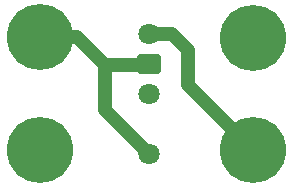
<source format=gbr>
%TF.GenerationSoftware,KiCad,Pcbnew,7.0.7*%
%TF.CreationDate,2024-03-28T13:05:56+05:30*%
%TF.ProjectId,korby,6b6f7262-792e-46b6-9963-61645f706362,rev?*%
%TF.SameCoordinates,Original*%
%TF.FileFunction,Copper,L1,Top*%
%TF.FilePolarity,Positive*%
%FSLAX46Y46*%
G04 Gerber Fmt 4.6, Leading zero omitted, Abs format (unit mm)*
G04 Created by KiCad (PCBNEW 7.0.7) date 2024-03-28 13:05:56*
%MOMM*%
%LPD*%
G01*
G04 APERTURE LIST*
G04 Aperture macros list*
%AMRoundRect*
0 Rectangle with rounded corners*
0 $1 Rounding radius*
0 $2 $3 $4 $5 $6 $7 $8 $9 X,Y pos of 4 corners*
0 Add a 4 corners polygon primitive as box body*
4,1,4,$2,$3,$4,$5,$6,$7,$8,$9,$2,$3,0*
0 Add four circle primitives for the rounded corners*
1,1,$1+$1,$2,$3*
1,1,$1+$1,$4,$5*
1,1,$1+$1,$6,$7*
1,1,$1+$1,$8,$9*
0 Add four rect primitives between the rounded corners*
20,1,$1+$1,$2,$3,$4,$5,0*
20,1,$1+$1,$4,$5,$6,$7,0*
20,1,$1+$1,$6,$7,$8,$9,0*
20,1,$1+$1,$8,$9,$2,$3,0*%
G04 Aperture macros list end*
%TA.AperFunction,ComponentPad*%
%ADD10C,5.600000*%
%TD*%
%TA.AperFunction,ComponentPad*%
%ADD11C,1.800000*%
%TD*%
%TA.AperFunction,ComponentPad*%
%ADD12RoundRect,0.250000X0.750000X-0.600000X0.750000X0.600000X-0.750000X0.600000X-0.750000X-0.600000X0*%
%TD*%
%TA.AperFunction,ComponentPad*%
%ADD13C,1.700000*%
%TD*%
%TA.AperFunction,Conductor*%
%ADD14C,1.200000*%
%TD*%
G04 APERTURE END LIST*
D10*
%TO.P,H2,1,1*%
%TO.N,Net-(J1-Pin_2)*%
X150750000Y-83750000D03*
%TD*%
%TO.P,H4,1*%
%TO.N,N/C*%
X132750000Y-83750000D03*
%TD*%
%TO.P,H3,1*%
%TO.N,N/C*%
X150750000Y-74250000D03*
%TD*%
D11*
%TO.P,SW1,1,A*%
%TO.N,Net-(J1-Pin_2)*%
X142000000Y-73920000D03*
%TO.P,SW1,2,B*%
%TO.N,Net-(J1-Pin_1)*%
X142000000Y-84080000D03*
%TO.P,SW1,3,C*%
%TO.N,unconnected-(SW1-C-Pad3)*%
X142000000Y-79000000D03*
%TD*%
D10*
%TO.P,H1,1,1*%
%TO.N,Net-(J1-Pin_1)*%
X132750000Y-74168000D03*
%TD*%
D12*
%TO.P,J1,1,Pin_1*%
%TO.N,Net-(J1-Pin_1)*%
X141995000Y-76420000D03*
D13*
%TO.P,J1,2,Pin_2*%
%TO.N,Net-(J1-Pin_2)*%
X141995000Y-73920000D03*
%TD*%
D14*
%TO.N,Net-(J1-Pin_2)*%
X150750000Y-83750000D02*
X145250000Y-78250000D01*
X143920000Y-73920000D02*
X142000000Y-73920000D01*
X145250000Y-75250000D02*
X143920000Y-73920000D01*
X145250000Y-78250000D02*
X145250000Y-75250000D01*
%TO.N,Net-(J1-Pin_1)*%
X142000000Y-84080000D02*
X138250000Y-80330000D01*
X138250000Y-80330000D02*
X138250000Y-76500000D01*
X132750000Y-74168000D02*
X135918000Y-74168000D01*
X135918000Y-74168000D02*
X138250000Y-76500000D01*
X138250000Y-76500000D02*
X142000000Y-76500000D01*
%TD*%
M02*

</source>
